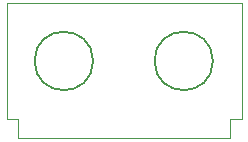
<source format=gbr>
%TF.GenerationSoftware,KiCad,Pcbnew,7.0.9*%
%TF.CreationDate,2023-12-02T15:08:33-05:00*%
%TF.ProjectId,BN-PCB,424e2d50-4342-42e6-9b69-6361645f7063,rev?*%
%TF.SameCoordinates,PX42c5818PY3939a88*%
%TF.FileFunction,Profile,NP*%
%FSLAX46Y46*%
G04 Gerber Fmt 4.6, Leading zero omitted, Abs format (unit mm)*
G04 Created by KiCad (PCBNEW 7.0.9) date 2023-12-02 15:08:33*
%MOMM*%
%LPD*%
G01*
G04 APERTURE LIST*
%TA.AperFunction,Profile*%
%ADD10C,0.100000*%
%TD*%
%TA.AperFunction,Profile*%
%ADD11C,0.150000*%
%TD*%
G04 APERTURE END LIST*
D10*
%TO.C,REF\u002A\u002A*%
X0Y0D02*
X0Y-9800000D01*
X0Y-9800000D02*
X1000000Y-9800000D01*
X1000000Y-9800000D02*
X1000000Y-11400000D01*
X1000000Y-11400000D02*
X18900000Y-11400000D01*
X18900000Y-9800000D02*
X19800000Y-9800000D01*
X18900000Y-11400000D02*
X18900000Y-9800000D01*
X19800000Y-9800000D02*
X19900000Y-9800000D01*
X19900000Y0D02*
X0Y0D01*
X19900000Y-9800000D02*
X19900000Y0D01*
D11*
X7325000Y-4875000D02*
G75*
G03*
X7325000Y-4875000I-2475000J0D01*
G01*
X17475000Y-4875000D02*
G75*
G03*
X17475000Y-4875000I-2475000J0D01*
G01*
%TD*%
M02*

</source>
